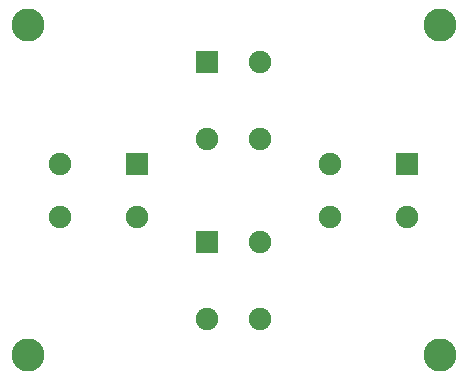
<source format=gbs>
G04 DipTrace 2.4.0.2*
%INBottomMask.gbr*%
%MOIN*%
%ADD23C,0.11*%
%ADD31C,0.0749*%
%ADD33R,0.0749X0.0749*%
%FSLAX44Y44*%
G04*
G70*
G90*
G75*
G01*
%LNBotMask*%
%LPD*%
D23*
X5555Y16430D3*
X19305Y5430D3*
Y16430D3*
X5555Y5430D3*
D33*
X11544Y15210D3*
D31*
X13316D3*
Y12651D3*
X11544D3*
D33*
X9210Y11816D3*
D31*
Y10044D3*
X6650D3*
Y11816D3*
D33*
X11544Y9210D3*
D31*
X13316D3*
Y6651D3*
X11544D3*
D33*
X18210Y11816D3*
D31*
Y10044D3*
X15650D3*
Y11816D3*
M02*

</source>
